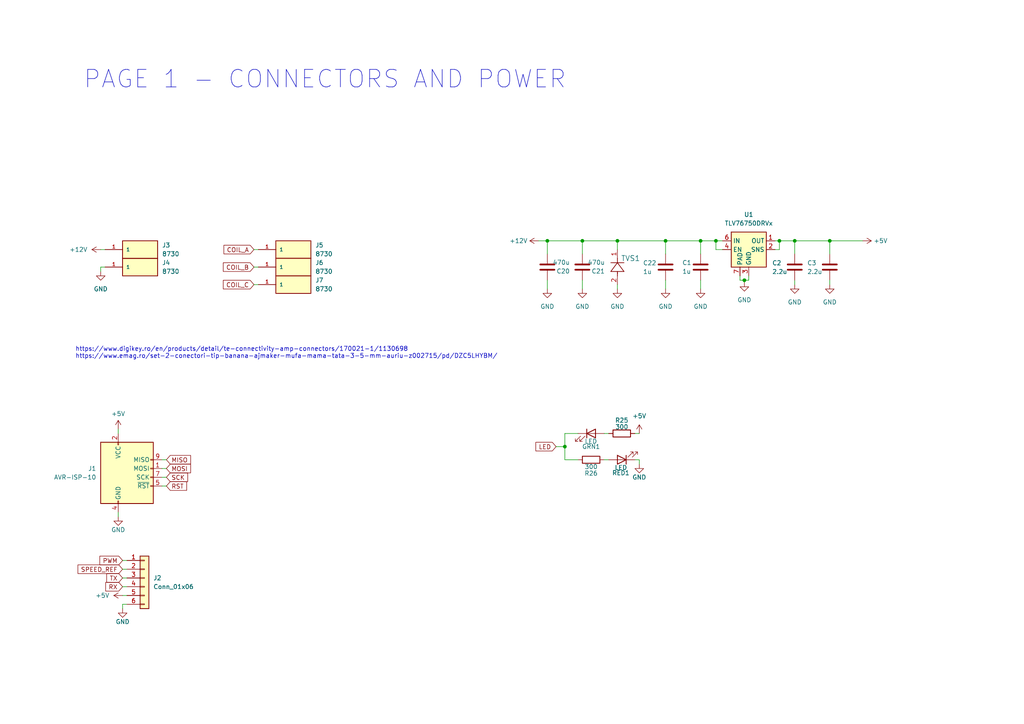
<source format=kicad_sch>
(kicad_sch (version 20231120) (generator "eeschema") (generator_version "8.0")
  (paper "A4")
  (lib_symbols
    (symbol "8730:8730" (pin_names (offset 1.016))
      (property "Reference" "J" (at -5.08 3.302 0))
      (property "Value" "8730" (at -5.08 -5.08 0))
      (symbol "8730_0_0"
        (rectangle (start -5.08 -2.54) (end 5.08 2.54) (stroke (width 0.254)) (fill (type background)))
        (pin passive line (at -10.16 0 0) (length 5.08) (name "1") (number "1"))
      )
    )
    (symbol "Connector:AVR-ISP-10" (pin_names (offset 1.016))
      (property "Reference" "J" (at -6.35 11.43 0))
      (property "Value" "AVR-ISP-10" (at 0 11.43 0))
      (symbol "AVR-ISP-10_0_1"
        (rectangle (start -2.667 -6.858) (end -2.413 -7.62))
        (rectangle (start -2.667 10.16) (end -2.413 9.398))
        (rectangle (start 7.62 -2.413) (end 6.858 -2.667))
        (rectangle (start 7.62 0.127) (end 6.858 -0.127))
        (rectangle (start 7.62 2.667) (end 6.858 2.413))
        (rectangle (start 7.62 5.207) (end 6.858 4.953))
        (rectangle (start 7.62 10.16) (end -7.62 -7.62) (stroke (width 0.254)) (fill (type background)))
      )
      (symbol "AVR-ISP-10_1_1"
        (pin passive line (at 10.16 2.54 180) (length 2.54) (name "MOSI") (number "1"))
        (pin passive line (at -2.54 -10.16 90) (length 2.54) hide (name "GND") (number "10"))
        (pin passive line (at -2.54 12.7 270) (length 2.54) (name "VCC") (number "2"))
        (pin no_connect line (at 7.62 -5.08 180) (length 2.54) hide (name "NC") (number "3"))
        (pin passive line (at -2.54 -10.16 90) (length 2.54) (name "GND") (number "4"))
        (pin passive line (at 10.16 -2.54 180) (length 2.54) (name "~{RST}") (number "5"))
        (pin passive line (at -2.54 -10.16 90) (length 2.54) hide (name "GND") (number "6"))
        (pin passive line (at 10.16 0 180) (length 2.54) (name "SCK") (number "7"))
        (pin passive line (at -2.54 -10.16 90) (length 2.54) hide (name "GND") (number "8"))
        (pin passive line (at 10.16 5.08 180) (length 2.54) (name "MISO") (number "9"))
      )
    )
    (symbol "Connector_Generic:Conn_01x06" (pin_names (offset 1.016) hide)
      (property "Reference" "J" (at 0 7.62 0))
      (property "Value" "Conn_01x06" (at 0 -10.16 0))
      (symbol "Conn_01x06_1_1"
        (rectangle (start -1.27 -7.493) (end 0 -7.747) (stroke (width 0.1524)))
        (rectangle (start -1.27 -4.953) (end 0 -5.207) (stroke (width 0.1524)))
        (rectangle (start -1.27 -2.413) (end 0 -2.667) (stroke (width 0.1524)))
        (rectangle (start -1.27 0.127) (end 0 -0.127) (stroke (width 0.1524)))
        (rectangle (start -1.27 2.667) (end 0 2.413) (stroke (width 0.1524)))
        (rectangle (start -1.27 5.207) (end 0 4.953) (stroke (width 0.1524)))
        (rectangle (start -1.27 6.35) (end 1.27 -8.89) (stroke (width 0.254)) (fill (type background)))
        (pin passive line (at -5.08 5.08 0) (length 3.81) (name "Pin_1") (number "1"))
        (pin passive line (at -5.08 2.54 0) (length 3.81) (name "Pin_2") (number "2"))
        (pin passive line (at -5.08 0 0) (length 3.81) (name "Pin_3") (number "3"))
        (pin passive line (at -5.08 -2.54 0) (length 3.81) (name "Pin_4") (number "4"))
        (pin passive line (at -5.08 -5.08 0) (length 3.81) (name "Pin_5") (number "5"))
        (pin passive line (at -5.08 -7.62 0) (length 3.81) (name "Pin_6") (number "6"))
      )
    )
    (symbol "Device:C" (pin_numbers hide) (pin_names (offset 0.254))
      (property "Reference" "C" (at 0.635 2.54 0))
      (property "Value" "C" (at 0.635 -2.54 0))
      (symbol "C_0_1"
        (polyline (pts (xy -2.032 -0.762) (xy 2.032 -0.762)) (stroke (width 0.508)))
        (polyline (pts (xy -2.032 0.762) (xy 2.032 0.762)) (stroke (width 0.508)))
      )
      (symbol "C_1_1"
        (pin passive line (at 0 3.81 270) (length 2.794) (name "~") (number "1"))
        (pin passive line (at 0 -3.81 90) (length 2.794) (name "~") (number "2"))
      )
    )
    (symbol "Device:LED" (pin_numbers hide) (pin_names (offset 1.016) hide)
      (property "Reference" "D" (at 0 2.54 0))
      (property "Value" "LED" (at 0 -2.54 0))
      (symbol "LED_0_1"
        (polyline (pts (xy -1.27 -1.27) (xy -1.27 1.27)) (stroke (width 0.254)))
        (polyline (pts (xy -1.27 0) (xy 1.27 0)))
        (polyline (pts (xy 1.27 -1.27) (xy 1.27 1.27) (xy -1.27 0) (xy 1.27 -1.27)) (stroke (width 0.254)))
        (polyline (pts (xy -3.048 -0.762) (xy -4.572 -2.286) (xy -3.81 -2.286) (xy -4.572 -2.286) (xy -4.572 -1.524)))
        (polyline (pts (xy -1.778 -0.762) (xy -3.302 -2.286) (xy -2.54 -2.286) (xy -3.302 -2.286) (xy -3.302 -1.524)))
      )
      (symbol "LED_1_1"
        (pin passive line (at -3.81 0 0) (length 2.54) (name "K") (number "1"))
        (pin passive line (at 3.81 0 180) (length 2.54) (name "A") (number "2"))
      )
    )
    (symbol "Device:R" (pin_numbers hide) (pin_names (offset 0))
      (property "Reference" "R" (at 2.032 0 90))
      (property "Value" "R" (at 0 0 90))
      (symbol "R_0_1"
        (rectangle (start -1.016 -2.54) (end 1.016 2.54) (stroke (width 0.254)))
      )
      (symbol "R_1_1"
        (pin passive line (at 0 3.81 270) (length 1.27) (name "~") (number "1"))
        (pin passive line (at 0 -3.81 90) (length 1.27) (name "~") (number "2"))
      )
    )
    (symbol "PTVS12VS1UTR-115:PTVS12VS1UTR_115" (pin_names (offset 0.254))
      (property "Reference" "CR" (at 5.08 4.445 0))
      (property "Value" "PTVS12VS1UTR_115" (at 5.08 -3.81 0))
      (symbol "PTVS12VS1UTR_115_0_1"
        (polyline (pts (xy 2.54 0) (xy 3.4798 0)) (stroke (width 0.2032)))
        (polyline (pts (xy 3.175 0) (xy 3.81 0)) (stroke (width 0.2032)))
        (polyline (pts (xy 3.81 -1.905) (xy 6.35 0)) (stroke (width 0.2032)))
        (polyline (pts (xy 3.81 1.905) (xy 3.81 -1.905)) (stroke (width 0.2032)))
        (polyline (pts (xy 6.35 -1.905) (xy 6.35 1.905)) (stroke (width 0.2032)))
        (polyline (pts (xy 6.35 0) (xy 3.81 1.905)) (stroke (width 0.2032)))
        (polyline (pts (xy 6.35 0) (xy 7.62 0)) (stroke (width 0.2032)))
        (pin unspecified line (at 10.16 0 180) (length 2.54) (name "") (number "1"))
        (pin unspecified line (at 0 0 0) (length 2.54) (name "") (number "2"))
      )
    )
    (symbol "Regulator_Linear:TLV76750DRVx"
      (property "Reference" "U" (at 0 8.89 0))
      (property "Value" "TLV76750DRVx" (at 0 6.35 0))
      (symbol "TLV76750DRVx_0_1"
        (rectangle (start -5.08 -5.08) (end 5.08 5.08) (stroke (width 0.254)) (fill (type background)))
      )
      (symbol "TLV76750DRVx_1_1"
        (pin power_out line (at 7.62 2.54 180) (length 2.54) (name "OUT") (number "1"))
        (pin input line (at 7.62 0 180) (length 2.54) (name "SNS") (number "2"))
        (pin power_in line (at 0 -7.62 90) (length 2.54) (name "GND") (number "3"))
        (pin input line (at -7.62 0 0) (length 2.54) (name "EN") (number "4"))
        (pin passive line (at 0 -7.62 90) (length 2.54) hide (name "GND") (number "5"))
        (pin power_in line (at -7.62 2.54 0) (length 2.54) (name "IN") (number "6"))
        (pin passive line (at -2.54 -7.62 90) (length 2.54) (name "PAD") (number "7"))
      )
    )
    (symbol "power:+12V" (power) (pin_names (offset 0))
      (property "Value" "+12V" (at 0 3.556 0))
      (symbol "+12V_0_1"
        (polyline (pts (xy -0.762 1.27) (xy 0 2.54)))
        (polyline (pts (xy 0 0) (xy 0 2.54)))
        (polyline (pts (xy 0 2.54) (xy 0.762 1.27)))
      )
      (symbol "+12V_1_1"
        (pin power_in line (at 0 0 90) (length 0) hide (name "+12V") (number "1"))
      )
    )
    (symbol "power:+5V" (power) (pin_names (offset 0))
      (property "Value" "+5V" (at 0 3.556 0))
      (symbol "+5V_0_1"
        (polyline (pts (xy -0.762 1.27) (xy 0 2.54)))
        (polyline (pts (xy 0 0) (xy 0 2.54)))
        (polyline (pts (xy 0 2.54) (xy 0.762 1.27)))
      )
      (symbol "+5V_1_1"
        (pin power_in line (at 0 0 90) (length 0) hide (name "+5V") (number "1"))
      )
    )
    (symbol "power:GND" (power) (pin_names (offset 0))
      (property "Value" "GND" (at 0 -3.81 0))
      (symbol "GND_0_1"
        (polyline (pts (xy 0 0) (xy 0 -1.27) (xy 1.27 -1.27) (xy 0 -2.54) (xy -1.27 -1.27) (xy 0 -1.27)))
      )
      (symbol "GND_1_1"
        (pin power_in line (at 0 0 270) (length 0) hide (name "GND") (number "1"))
      )
    )
  )
  (junction (at 168.91 69.85))
  (junction (at 240.665 69.85))
  (junction (at 230.505 69.85))
  (junction (at 193.04 69.85))
  (junction (at 158.75 69.85))
  (junction (at 203.2 69.85))
  (junction (at 179.07 69.85))
  (junction (at 163.83 129.54))
  (junction (at 226.06 69.85))
  (junction (at 215.9 81.28))
  (junction (at 207.645 69.85))
  (wire (pts (xy 207.645 69.85) (xy 207.645 72.39)))
  (wire (pts (xy 226.06 69.85) (xy 230.505 69.85)))
  (wire (pts (xy 163.83 125.73) (xy 167.64 125.73)))
  (wire (pts (xy 175.26 125.73) (xy 176.53 125.73)))
  (wire (pts (xy 184.15 125.73) (xy 185.42 125.73)))
  (wire (pts (xy 193.04 81.28) (xy 193.04 83.82)))
  (wire (pts (xy 168.91 69.85) (xy 179.07 69.85)))
  (wire (pts (xy 193.04 69.85) (xy 203.2 69.85)))
  (wire (pts (xy 35.56 162.56) (xy 36.83 162.56)))
  (wire (pts (xy 161.29 129.54) (xy 163.83 129.54)))
  (wire (pts (xy 29.21 72.39) (xy 30.48 72.39)))
  (wire (pts (xy 203.2 81.28) (xy 203.2 83.82)))
  (wire (pts (xy 240.665 69.85) (xy 250.19 69.85)))
  (wire (pts (xy 193.04 69.85) (xy 193.04 73.66)))
  (wire (pts (xy 207.645 72.39) (xy 209.55 72.39)))
  (wire (pts (xy 230.505 69.85) (xy 230.505 73.66)))
  (wire (pts (xy 156.21 69.85) (xy 158.75 69.85)))
  (wire (pts (xy 46.99 138.43) (xy 48.26 138.43)))
  (wire (pts (xy 230.505 81.28) (xy 230.505 82.55)))
  (wire (pts (xy 29.21 77.47) (xy 30.48 77.47)))
  (wire (pts (xy 175.26 133.35) (xy 176.53 133.35)))
  (wire (pts (xy 214.63 80.01) (xy 214.63 81.28)))
  (wire (pts (xy 163.83 129.54) (xy 163.83 125.73)))
  (wire (pts (xy 163.83 129.54) (xy 163.83 133.35)))
  (wire (pts (xy 184.15 133.35) (xy 185.42 133.35)))
  (wire (pts (xy 158.75 69.85) (xy 158.75 73.66)))
  (wire (pts (xy 203.2 69.85) (xy 207.645 69.85)))
  (wire (pts (xy 179.07 69.85) (xy 179.07 72.39)))
  (wire (pts (xy 158.75 81.28) (xy 158.75 83.82)))
  (wire (pts (xy 214.63 81.28) (xy 215.9 81.28)))
  (wire (pts (xy 240.665 69.85) (xy 240.665 73.66)))
  (wire (pts (xy 46.99 135.89) (xy 48.26 135.89)))
  (wire (pts (xy 185.42 133.35) (xy 185.42 134.62)))
  (wire (pts (xy 46.99 140.97) (xy 48.26 140.97)))
  (wire (pts (xy 34.29 149.86) (xy 34.29 148.59)))
  (wire (pts (xy 29.21 78.74) (xy 29.21 77.47)))
  (wire (pts (xy 226.06 72.39) (xy 226.06 69.85)))
  (wire (pts (xy 240.665 81.28) (xy 240.665 82.55)))
  (wire (pts (xy 217.17 80.01) (xy 217.17 81.28)))
  (wire (pts (xy 73.66 82.55) (xy 74.93 82.55)))
  (wire (pts (xy 203.2 69.85) (xy 203.2 73.66)))
  (wire (pts (xy 207.645 69.85) (xy 209.55 69.85)))
  (wire (pts (xy 224.79 72.39) (xy 226.06 72.39)))
  (wire (pts (xy 73.66 77.47) (xy 74.93 77.47)))
  (wire (pts (xy 35.56 172.72) (xy 36.83 172.72)))
  (wire (pts (xy 168.91 81.28) (xy 168.91 83.82)))
  (wire (pts (xy 35.56 175.26) (xy 36.83 175.26)))
  (wire (pts (xy 36.83 170.18) (xy 35.56 170.18)))
  (wire (pts (xy 36.83 167.64) (xy 35.56 167.64)))
  (wire (pts (xy 35.56 176.53) (xy 35.56 175.26)))
  (wire (pts (xy 168.91 73.66) (xy 168.91 69.85)))
  (wire (pts (xy 73.66 72.39) (xy 74.93 72.39)))
  (wire (pts (xy 224.79 69.85) (xy 226.06 69.85)))
  (wire (pts (xy 46.99 133.35) (xy 48.26 133.35)))
  (wire (pts (xy 35.56 165.1) (xy 36.83 165.1)))
  (wire (pts (xy 215.9 81.28) (xy 215.9 81.915)))
  (wire (pts (xy 230.505 69.85) (xy 240.665 69.85)))
  (wire (pts (xy 34.29 125.73) (xy 34.29 124.46)))
  (wire (pts (xy 215.9 81.28) (xy 217.17 81.28)))
  (wire (pts (xy 158.75 69.85) (xy 168.91 69.85)))
  (wire (pts (xy 179.07 69.85) (xy 193.04 69.85)))
  (wire (pts (xy 179.07 82.55) (xy 179.07 83.82)))
  (wire (pts (xy 167.64 133.35) (xy 163.83 133.35)))
  (text "PAGE 1 - CONNECTORS AND POWER" (at 24.13 23.114 0) (effects (font (size 5.08 5.08)) (justify left)))
  (text "https://www.digikey.ro/en/products/detail/te-connectivity-amp-connectors/170021-1/1130698\nhttps://www.emag.ro/set-2-conectori-tip-banana-ajmaker-mufa-mama-tata-3-5-mm-auriu-z002715/pd/DZC5LHYBM/" (at 21.844 102.362 0) (effects (font (size 1.27 1.27)) (justify left)))
  (global_label "COIL_B" (shape input) (at 73.66 77.47 180) (property "Intersheetrefs" "${INTERSHEET_REFS}" (effects (hide yes))))
  (global_label "SPEED_REF" (shape input) (at 35.56 165.1 180) (property "Intersheetrefs" "${INTERSHEET_REFS}" (effects (hide yes))))
  (global_label "PWM" (shape input) (at 35.56 162.56 180) (property "Intersheetrefs" "${INTERSHEET_REFS}" (effects (hide yes))))
  (global_label "RST" (shape input) (at 48.26 140.97 0) (property "Intersheetrefs" "${INTERSHEET_REFS}" (effects (hide yes))))
  (global_label "COIL_C" (shape input) (at 73.66 82.55 180) (property "Intersheetrefs" "${INTERSHEET_REFS}" (effects (hide yes))))
  (global_label "RX" (shape input) (at 35.56 170.18 180) (property "Intersheetrefs" "${INTERSHEET_REFS}" (effects (hide yes))))
  (global_label "MISO" (shape input) (at 48.26 133.35 0) (property "Intersheetrefs" "${INTERSHEET_REFS}" (effects (hide yes))))
  (global_label "MOSI" (shape input) (at 48.26 135.89 0) (property "Intersheetrefs" "${INTERSHEET_REFS}" (effects (hide yes))))
  (global_label "COIL_A" (shape input) (at 73.66 72.39 180) (property "Intersheetrefs" "${INTERSHEET_REFS}" (effects (hide yes))))
  (global_label "SCK" (shape input) (at 48.26 138.43 0) (property "Intersheetrefs" "${INTERSHEET_REFS}" (effects (hide yes))))
  (global_label "TX" (shape input) (at 35.56 167.64 180) (property "Intersheetrefs" "${INTERSHEET_REFS}" (effects (hide yes))))
  (global_label "LED" (shape input) (at 161.29 129.54 180) (property "Intersheetrefs" "${INTERSHEET_REFS}" (effects (hide yes))))
  (symbol (lib_id "Connector:AVR-ISP-10") (at 36.83 138.43 0) (unit 1)
    (property "Reference" "J1" (at 27.94 135.89 0) (effects (justify right)))
    (property "Value" "AVR-ISP-10" (at 27.94 138.43 0) (effects (justify right)))
    (property "Footprint" "Connector_PinHeader_2.54mm:PinHeader_2x05_P2.54mm_Vertical" (effects (hide yes)))
    (property "Datasheet" " ~" (effects (hide yes)))
  )
  (symbol (lib_id "power:GND") (at 193.04 83.82 0) (unit 1)
    (property "Reference" "#PWR043" (effects (hide yes)))
    (property "Value" "GND" (at 193.04 88.9 0))
  )
  (symbol (lib_id "Regulator_Linear:TLV76750DRVx") (at 217.17 72.39 0) (unit 1)
    (property "Reference" "U1" (at 217.17 62.23 0))
    (property "Value" "TLV76750DRVx" (at 217.17 64.77 0))
    (property "Footprint" "TLV76750DRVR:SON65P200X200X80-7N" (effects (hide yes)))
    (property "Datasheet" "www.ti.com/lit/gpn/TLV767" (effects (hide yes)))
  )
  (symbol (lib_id "8730:8730") (at 40.64 72.39 0) (unit 1)
    (property "Reference" "J3" (at 46.99 71.1199 0) (effects (justify left)))
    (property "Value" "8730" (at 46.99 73.6599 0) (effects (justify left)))
    (property "Footprint" "8730:8730" (effects (hide yes)))
    (property "PARTREV" "C" (effects (hide yes)))
    (property "SNAPEDA_PN" "8730" (effects (hide yes)))
    (property "STANDARD" "Manufacturer Recommendations" (effects (hide yes)))
    (property "MAXIMUM_PACKAGE_HEIGHT" "6.25 mm" (effects (hide yes)))
    (property "MANUFACTURER" "Keystone" (effects (hide yes)))
  )
  (symbol (lib_id "Connector_Generic:Conn_01x06") (at 41.91 167.64 0) (unit 1)
    (property "Reference" "J2" (at 44.45 167.6399 0) (effects (justify left)))
    (property "Value" "Conn_01x06" (at 44.45 170.1799 0) (effects (justify left)))
    (property "Footprint" "Connector_PinHeader_2.54mm:PinHeader_1x06_P2.54mm_Vertical" (effects (hide yes)))
    (property "Description" "Generic connector, single row, 01x06, script generated (kicad-library-utils/schlib/autogen/connector/)" (effects (hide yes)))
  )
  (symbol (lib_id "power:GND") (at 179.07 83.82 0) (unit 1)
    (property "Reference" "#PWR039" (effects (hide yes)))
    (property "Value" "GND" (at 179.07 88.9 0))
  )
  (symbol (lib_id "Device:R") (at 180.34 125.73 270) (unit 1)
    (property "Reference" "R25" (at 180.34 121.92 90))
    (property "Value" "300" (at 180.34 123.825 90))
    (property "Footprint" "Resistor_SMD:R_0402_1005Metric" (effects (hide yes)))
  )
  (symbol (lib_id "Device:C") (at 240.665 77.47 180) (unit 1)
    (property "Reference" "C3" (at 234.1118 76.2762 0) (effects (justify right)))
    (property "Value" "2.2u" (at 234.1118 78.8162 0) (effects (justify right)))
    (property "Footprint" "Capacitor_SMD:C_0603_1608Metric" (effects (hide yes)))
  )
  (symbol (lib_id "power:GND") (at 240.665 82.55 0) (unit 1)
    (property "Reference" "#PWR08" (effects (hide yes)))
    (property "Value" "GND" (at 240.665 87.63 0))
  )
  (symbol (lib_id "8730:8730") (at 40.64 77.47 0) (unit 1)
    (property "Reference" "J4" (at 46.99 76.1999 0) (effects (justify left)))
    (property "Value" "8730" (at 46.99 78.7399 0) (effects (justify left)))
    (property "Footprint" "8730:8730" (effects (hide yes)))
    (property "PARTREV" "C" (effects (hide yes)))
    (property "SNAPEDA_PN" "8730" (effects (hide yes)))
    (property "STANDARD" "Manufacturer Recommendations" (effects (hide yes)))
    (property "MAXIMUM_PACKAGE_HEIGHT" "6.25 mm" (effects (hide yes)))
    (property "MANUFACTURER" "Keystone" (effects (hide yes)))
  )
  (symbol (lib_id "8730:8730") (at 85.09 82.55 0) (unit 1)
    (property "Reference" "J7" (at 91.44 81.2799 0) (effects (justify left)))
    (property "Value" "8730" (at 91.44 83.8199 0) (effects (justify left)))
    (property "Footprint" "8730:8730" (effects (hide yes)))
    (property "PARTREV" "C" (effects (hide yes)))
    (property "SNAPEDA_PN" "8730" (effects (hide yes)))
    (property "STANDARD" "Manufacturer Recommendations" (effects (hide yes)))
    (property "MAXIMUM_PACKAGE_HEIGHT" "6.25 mm" (effects (hide yes)))
    (property "MANUFACTURER" "Keystone" (effects (hide yes)))
  )
  (symbol (lib_id "Device:C") (at 193.04 77.47 180) (unit 1)
    (property "Reference" "C22" (at 186.4868 76.2762 0) (effects (justify right)))
    (property "Value" "1u" (at 186.4868 78.8162 0) (effects (justify right)))
    (property "Footprint" "Capacitor_SMD:C_0603_1608Metric" (effects (hide yes)))
  )
  (symbol (lib_id "8730:8730") (at 85.09 72.39 0) (unit 1)
    (property "Reference" "J5" (at 91.44 71.1199 0) (effects (justify left)))
    (property "Value" "8730" (at 91.44 73.6599 0) (effects (justify left)))
    (property "Footprint" "8730:8730" (effects (hide yes)))
    (property "PARTREV" "C" (effects (hide yes)))
    (property "SNAPEDA_PN" "8730" (effects (hide yes)))
    (property "STANDARD" "Manufacturer Recommendations" (effects (hide yes)))
    (property "MAXIMUM_PACKAGE_HEIGHT" "6.25 mm" (effects (hide yes)))
    (property "MANUFACTURER" "Keystone" (effects (hide yes)))
  )
  (symbol (lib_id "Device:LED") (at 180.34 133.35 180) (unit 1)
    (property "Reference" "RED1" (at 180.086 137.16 0))
    (property "Value" "LED" (at 180.086 135.636 0))
    (property "Footprint" "LED_SMD:LED_0603_1608Metric" (effects (hide yes)))
    (property "Description" "Light emitting diode" (effects (hide yes)))
  )
  (symbol (lib_id "power:GND") (at 34.29 149.86 0) (unit 1)
    (property "Reference" "#PWR052" (effects (hide yes)))
    (property "Value" "GND" (at 34.29 153.67 0))
  )
  (symbol (lib_id "Device:LED") (at 171.45 125.73 0) (unit 1)
    (property "Reference" "GRN1" (at 171.45 129.54 0))
    (property "Value" "LED" (at 171.3865 128.016 0))
    (property "Footprint" "LED_SMD:LED_0603_1608Metric" (effects (hide yes)))
    (property "Description" "Light emitting diode" (effects (hide yes)))
  )
  (symbol (lib_id "Device:C") (at 203.2 77.47 180) (unit 1)
    (property "Reference" "C1" (at 197.866 76.2 0) (effects (justify right)))
    (property "Value" "1u" (at 197.866 78.74 0) (effects (justify right)))
    (property "Footprint" "Capacitor_SMD:C_0603_1608Metric" (effects (hide yes)))
  )
  (symbol (lib_id "Device:C") (at 158.75 77.47 0) (unit 1)
    (property "Reference" "C20" (at 165.3032 78.6638 0) (effects (justify right)))
    (property "Value" "470u" (at 165.3032 76.1238 0) (effects (justify right)))
    (property "Footprint" "Capacitor_SMD:CP_Elec_8x10" (effects (hide yes)))
  )
  (symbol (lib_id "power:+12V") (at 156.21 69.85 90) (unit 1)
    (property "Reference" "#PWR02" (effects (hide yes)))
    (property "Value" "+12V" (at 153.035 69.85 90) (effects (justify left)))
  )
  (symbol (lib_id "power:GND") (at 215.9 81.915 0) (unit 1)
    (property "Reference" "#PWR05" (effects (hide yes)))
    (property "Value" "GND" (at 215.9 86.995 0))
  )
  (symbol (lib_id "8730:8730") (at 85.09 77.47 0) (unit 1)
    (property "Reference" "J6" (at 91.44 76.1999 0) (effects (justify left)))
    (property "Value" "8730" (at 91.44 78.7399 0) (effects (justify left)))
    (property "Footprint" "8730:8730" (effects (hide yes)))
    (property "PARTREV" "C" (effects (hide yes)))
    (property "SNAPEDA_PN" "8730" (effects (hide yes)))
    (property "STANDARD" "Manufacturer Recommendations" (effects (hide yes)))
    (property "MAXIMUM_PACKAGE_HEIGHT" "6.25 mm" (effects (hide yes)))
    (property "MANUFACTURER" "Keystone" (effects (hide yes)))
  )
  (symbol (lib_id "Device:R") (at 171.45 133.35 90) (unit 1)
    (property "Reference" "R26" (at 171.45 137.287 90))
    (property "Value" "300" (at 171.45 135.382 90))
    (property "Footprint" "Resistor_SMD:R_0402_1005Metric" (effects (hide yes)))
  )
  (symbol (lib_id "power:+5V") (at 250.19 69.85 270) (unit 1)
    (property "Reference" "#PWR03" (effects (hide yes)))
    (property "Value" "+5V" (at 253.365 69.85 90) (effects (justify left)))
  )
  (symbol (lib_id "PTVS12VS1UTR-115:PTVS12VS1UTR_115") (at 179.07 82.55 90) (unit 1)
    (property "Reference" "TVS1" (at 180.086 74.93 90) (effects (font (size 1.524 1.524)) (justify right)))
    (property "Value" "PTVS12VS1UTR_115" (effects (hide yes)))
    (property "Footprint" "PTVS12VS1UTR-115:CR_1UTR_115_NEX" (effects (hide yes)))
    (property "Datasheet" "PTVS12VS1UTR_115" (effects (hide yes)))
  )
  (symbol (lib_id "power:GND") (at 203.2 83.82 0) (unit 1)
    (property "Reference" "#PWR06" (effects (hide yes)))
    (property "Value" "GND" (at 203.2 88.9 0))
  )
  (symbol (lib_id "power:GND") (at 185.42 134.62 0) (unit 1)
    (property "Reference" "#PWR054" (effects (hide yes)))
    (property "Value" "GND" (at 185.42 138.43 0))
  )
  (symbol (lib_id "power:GND") (at 230.505 82.55 0) (unit 1)
    (property "Reference" "#PWR07" (effects (hide yes)))
    (property "Value" "GND" (at 230.505 87.63 0))
  )
  (symbol (lib_id "power:GND") (at 35.56 176.53 0) (mirror y) (unit 1)
    (property "Reference" "#PWR010" (effects (hide yes)))
    (property "Value" "GND" (at 35.56 180.34 0))
  )
  (symbol (lib_id "power:+5V") (at 185.42 125.73 0) (unit 1)
    (property "Reference" "#PWR025" (effects (hide yes)))
    (property "Value" "+5V" (at 185.42 120.65 0))
  )
  (symbol (lib_id "Device:C") (at 230.505 77.47 180) (unit 1)
    (property "Reference" "C2" (at 223.9518 76.2762 0) (effects (justify right)))
    (property "Value" "2.2u" (at 223.9518 78.8162 0) (effects (justify right)))
    (property "Footprint" "Capacitor_SMD:C_0603_1608Metric" (effects (hide yes)))
  )
  (symbol (lib_id "power:+12V") (at 29.21 72.39 90) (unit 1)
    (property "Reference" "#PWR01" (effects (hide yes)))
    (property "Value" "+12V" (at 25.4 72.3899 90) (effects (justify left)))
  )
  (symbol (lib_id "power:GND") (at 158.75 83.82 0) (unit 1)
    (property "Reference" "#PWR038" (effects (hide yes)))
    (property "Value" "GND" (at 158.75 88.9 0))
  )
  (symbol (lib_id "power:+5V") (at 35.56 172.72 90) (unit 1)
    (property "Reference" "#PWR09" (effects (hide yes)))
    (property "Value" "+5V" (at 31.75 172.7199 90) (effects (justify left)))
  )
  (symbol (lib_id "power:GND") (at 29.21 78.74 0) (unit 1)
    (property "Reference" "#PWR04" (effects (hide yes)))
    (property "Value" "GND" (at 29.21 83.82 0))
  )
  (symbol (lib_id "power:GND") (at 168.91 83.82 0) (unit 1)
    (property "Reference" "#PWR049" (effects (hide yes)))
    (property "Value" "GND" (at 168.91 88.9 0))
  )
  (symbol (lib_id "power:+5V") (at 34.29 124.46 0) (unit 1)
    (property "Reference" "#PWR051" (effects (hide yes)))
    (property "Value" "+5V" (at 34.29 120.015 0))
  )
  (symbol (lib_id "Device:C") (at 168.91 77.47 0) (unit 1)
    (property "Reference" "C21" (at 175.4632 78.6638 0) (effects (justify right)))
    (property "Value" "470u" (at 175.4632 76.1238 0) (effects (justify right)))
    (property "Footprint" "Capacitor_SMD:CP_Elec_8x10" (effects (hide yes)))
  )
)
</source>
